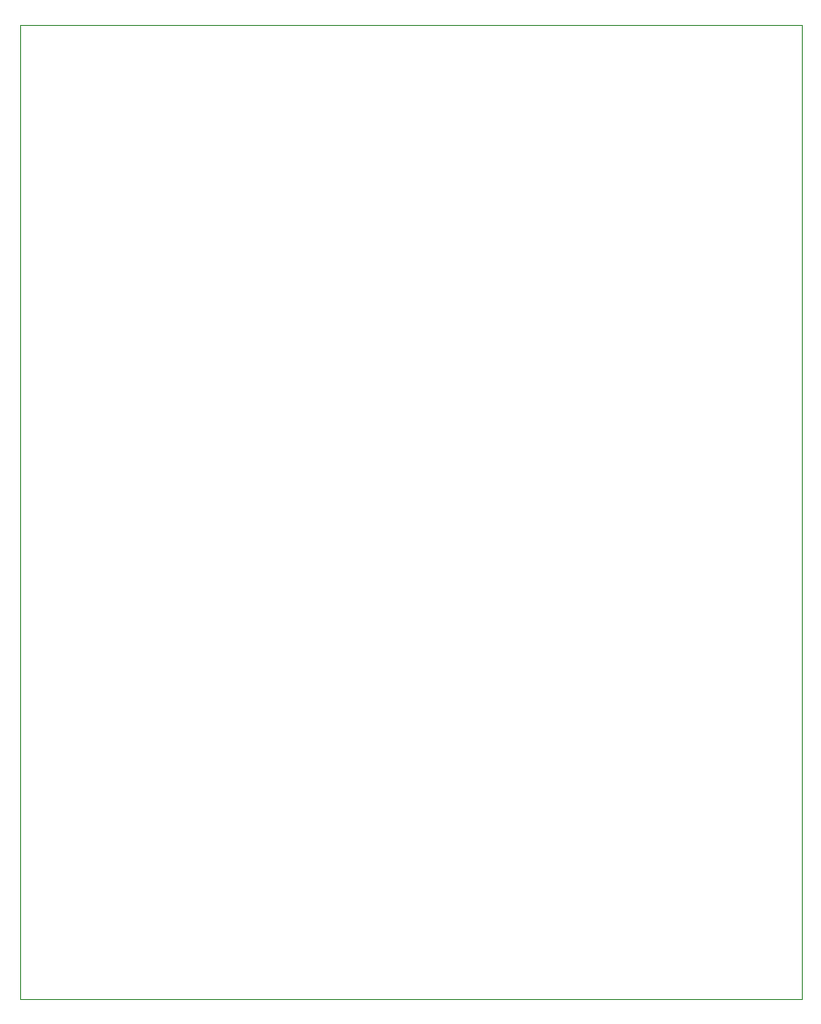
<source format=gm1>
G04 #@! TF.GenerationSoftware,KiCad,Pcbnew,9.0.1*
G04 #@! TF.CreationDate,2025-05-26T13:20:38+02:00*
G04 #@! TF.ProjectId,ESP Interface Board,45535020-496e-4746-9572-666163652042,rev?*
G04 #@! TF.SameCoordinates,Original*
G04 #@! TF.FileFunction,Profile,NP*
%FSLAX46Y46*%
G04 Gerber Fmt 4.6, Leading zero omitted, Abs format (unit mm)*
G04 Created by KiCad (PCBNEW 9.0.1) date 2025-05-26 13:20:38*
%MOMM*%
%LPD*%
G01*
G04 APERTURE LIST*
G04 #@! TA.AperFunction,Profile*
%ADD10C,0.050000*%
G04 #@! TD*
G04 APERTURE END LIST*
D10*
X81000000Y-71000000D02*
X150000000Y-71000000D01*
X150000000Y-157000000D01*
X81000000Y-157000000D01*
X81000000Y-71000000D01*
M02*

</source>
